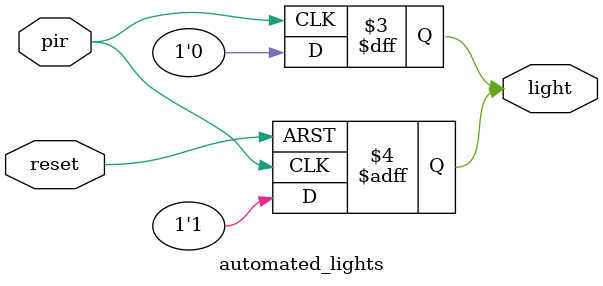
<source format=v>
`timescale 1ns / 1ps


module automated_lights(
    input pir,
    input reset,
    output reg light
    );
always@(posedge reset or posedge pir)
begin
if(reset)
light=0;
else if(pir)
light=1;
end
always@(negedge pir)
light=0;
endmodule

</source>
